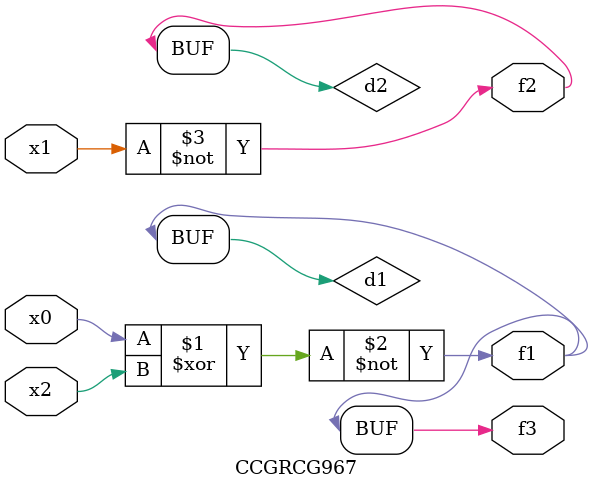
<source format=v>
module CCGRCG967(
	input x0, x1, x2,
	output f1, f2, f3
);

	wire d1, d2, d3;

	xnor (d1, x0, x2);
	nand (d2, x1);
	nor (d3, x1, x2);
	assign f1 = d1;
	assign f2 = d2;
	assign f3 = d1;
endmodule

</source>
